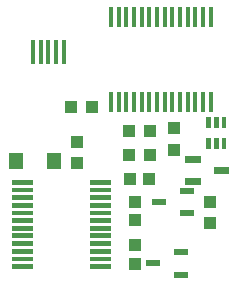
<source format=gtp>
G04 Layer: TopPasteMaskLayer*
G04 EasyEDA v6.4.7, 2020-11-10T21:56:29+01:00*
G04 d56d7f5836d14aafa71abd029e92fcd7,d798ca008b2c48fc9d28453cf4f639a5,10*
G04 Gerber Generator version 0.2*
G04 Scale: 100 percent, Rotated: No, Reflected: No *
G04 Dimensions in millimeters *
G04 leading zeros omitted , absolute positions ,3 integer and 3 decimal *
%FSLAX33Y33*%
%MOMM*%
G90*
D02*

%ADD13R,0.450012X1.999996*%
%ADD14R,0.999998X1.099998*%
%ADD15R,1.099998X0.999998*%
%ADD17R,0.406400X1.803400*%
%ADD18R,1.299997X0.599999*%
%ADD19R,1.199998X1.399997*%

%LPD*%
G54D13*
G01X6203Y22976D03*
G01X6853Y22976D03*
G01X7503Y22976D03*
G01X8153Y22976D03*
G01X8803Y22976D03*
G54D14*
G01X14439Y12192D03*
G01X16039Y12192D03*
G54D15*
G01X18161Y16520D03*
G01X18161Y14720D03*
G36*
G01X21517Y15679D02*
G01X21917Y15679D01*
G01X21917Y14779D01*
G01X21517Y14779D01*
G01X21517Y15679D01*
G37*
G36*
G01X22167Y15679D02*
G01X22567Y15679D01*
G01X22567Y14779D01*
G01X22167Y14779D01*
G01X22167Y15679D01*
G37*
G36*
G01X22167Y17479D02*
G01X22567Y17479D01*
G01X22567Y16579D01*
G01X22167Y16579D01*
G01X22167Y17479D01*
G37*
G36*
G01X21517Y17479D02*
G01X21917Y17479D01*
G01X21917Y16579D01*
G01X21517Y16579D01*
G01X21517Y17479D01*
G37*
G36*
G01X20867Y17479D02*
G01X21267Y17479D01*
G01X21267Y16579D01*
G01X20867Y16579D01*
G01X20867Y17479D01*
G37*
G36*
G01X20867Y15679D02*
G01X21267Y15679D01*
G01X21267Y14779D01*
G01X20867Y14779D01*
G01X20867Y15679D01*
G37*
G54D14*
G01X16139Y14224D03*
G01X14339Y14224D03*
G54D17*
G01X21243Y25927D03*
G01X20593Y25927D03*
G01X19943Y25927D03*
G01X19293Y25927D03*
G01X18643Y25927D03*
G01X17993Y25927D03*
G01X17343Y25927D03*
G01X16692Y25927D03*
G01X16042Y25927D03*
G01X15392Y25927D03*
G01X14742Y25927D03*
G01X14092Y25927D03*
G01X13442Y25927D03*
G01X12792Y25927D03*
G01X12792Y18776D03*
G01X13442Y18776D03*
G01X14092Y18776D03*
G01X14742Y18776D03*
G01X15392Y18776D03*
G01X16042Y18776D03*
G01X16692Y18776D03*
G01X17343Y18776D03*
G01X17993Y18776D03*
G01X18643Y18776D03*
G01X19293Y18776D03*
G01X19943Y18776D03*
G01X20593Y18776D03*
G01X21243Y18776D03*
G36*
G01X19105Y12303D02*
G01X20405Y12303D01*
G01X20405Y11703D01*
G01X19105Y11703D01*
G01X19105Y12303D01*
G37*
G36*
G01X21505Y13253D02*
G01X22805Y13253D01*
G01X22805Y12654D01*
G01X21505Y12654D01*
G01X21505Y13253D01*
G37*
G36*
G01X19105Y14204D02*
G01X20405Y14204D01*
G01X20405Y13604D01*
G01X19105Y13604D01*
G01X19105Y14204D01*
G37*
G54D14*
G01X16139Y16256D03*
G01X14339Y16256D03*
G01X11186Y18288D03*
G01X9386Y18288D03*
G54D18*
G01X19233Y11236D03*
G01X16834Y10287D03*
G01X19233Y9337D03*
G01X18725Y6029D03*
G01X16326Y5080D03*
G01X18725Y4130D03*
G54D19*
G01X7950Y13716D03*
G01X4749Y13716D03*
G54D15*
G01X14859Y8724D03*
G01X14859Y10324D03*
G01X14859Y6642D03*
G01X14859Y5042D03*
G36*
G01X4434Y12166D02*
G01X6237Y12166D01*
G01X6237Y11760D01*
G01X4434Y11760D01*
G01X4434Y12166D01*
G37*
G36*
G01X4434Y11506D02*
G01X6237Y11506D01*
G01X6237Y11099D01*
G01X4434Y11099D01*
G01X4434Y11506D01*
G37*
G36*
G01X4434Y10871D02*
G01X6237Y10871D01*
G01X6237Y10464D01*
G01X4434Y10464D01*
G01X4434Y10871D01*
G37*
G36*
G01X4434Y10210D02*
G01X6237Y10210D01*
G01X6237Y9804D01*
G01X4434Y9804D01*
G01X4434Y10210D01*
G37*
G36*
G01X4434Y9550D02*
G01X6237Y9550D01*
G01X6237Y9144D01*
G01X4434Y9144D01*
G01X4434Y9550D01*
G37*
G36*
G01X4434Y8915D02*
G01X6237Y8915D01*
G01X6237Y8509D01*
G01X4434Y8509D01*
G01X4434Y8915D01*
G37*
G36*
G01X4434Y8255D02*
G01X6237Y8255D01*
G01X6237Y7848D01*
G01X4434Y7848D01*
G01X4434Y8255D01*
G37*
G36*
G01X4434Y7620D02*
G01X6237Y7620D01*
G01X6237Y7213D01*
G01X4434Y7213D01*
G01X4434Y7620D01*
G37*
G36*
G01X4434Y6959D02*
G01X6237Y6959D01*
G01X6237Y6553D01*
G01X4434Y6553D01*
G01X4434Y6959D01*
G37*
G36*
G01X4434Y6299D02*
G01X6237Y6299D01*
G01X6237Y5892D01*
G01X4434Y5892D01*
G01X4434Y6299D01*
G37*
G36*
G01X4434Y5664D02*
G01X6237Y5664D01*
G01X6237Y5257D01*
G01X4434Y5257D01*
G01X4434Y5664D01*
G37*
G36*
G01X4434Y5003D02*
G01X6237Y5003D01*
G01X6237Y4597D01*
G01X4434Y4597D01*
G01X4434Y5003D01*
G37*
G36*
G01X11034Y5003D02*
G01X12837Y5003D01*
G01X12837Y4597D01*
G01X11034Y4597D01*
G01X11034Y5003D01*
G37*
G36*
G01X11034Y5664D02*
G01X12837Y5664D01*
G01X12837Y5257D01*
G01X11034Y5257D01*
G01X11034Y5664D01*
G37*
G36*
G01X11034Y6299D02*
G01X12837Y6299D01*
G01X12837Y5892D01*
G01X11034Y5892D01*
G01X11034Y6299D01*
G37*
G36*
G01X11034Y6959D02*
G01X12837Y6959D01*
G01X12837Y6553D01*
G01X11034Y6553D01*
G01X11034Y6959D01*
G37*
G36*
G01X11034Y7620D02*
G01X12837Y7620D01*
G01X12837Y7213D01*
G01X11034Y7213D01*
G01X11034Y7620D01*
G37*
G36*
G01X11034Y8255D02*
G01X12837Y8255D01*
G01X12837Y7848D01*
G01X11034Y7848D01*
G01X11034Y8255D01*
G37*
G36*
G01X11034Y8915D02*
G01X12837Y8915D01*
G01X12837Y8509D01*
G01X11034Y8509D01*
G01X11034Y8915D01*
G37*
G36*
G01X11034Y9550D02*
G01X12837Y9550D01*
G01X12837Y9144D01*
G01X11034Y9144D01*
G01X11034Y9550D01*
G37*
G36*
G01X11034Y10210D02*
G01X12837Y10210D01*
G01X12837Y9804D01*
G01X11034Y9804D01*
G01X11034Y10210D01*
G37*
G36*
G01X11034Y10871D02*
G01X12837Y10871D01*
G01X12837Y10464D01*
G01X11034Y10464D01*
G01X11034Y10871D01*
G37*
G36*
G01X11034Y11506D02*
G01X12837Y11506D01*
G01X12837Y11099D01*
G01X11034Y11099D01*
G01X11034Y11506D01*
G37*
G36*
G01X11034Y12166D02*
G01X12837Y12166D01*
G01X12837Y11760D01*
G01X11034Y11760D01*
G01X11034Y12166D01*
G37*
G01X9906Y15377D03*
G01X9906Y13577D03*
G01X21209Y10297D03*
G01X21209Y8497D03*
M00*
M02*

</source>
